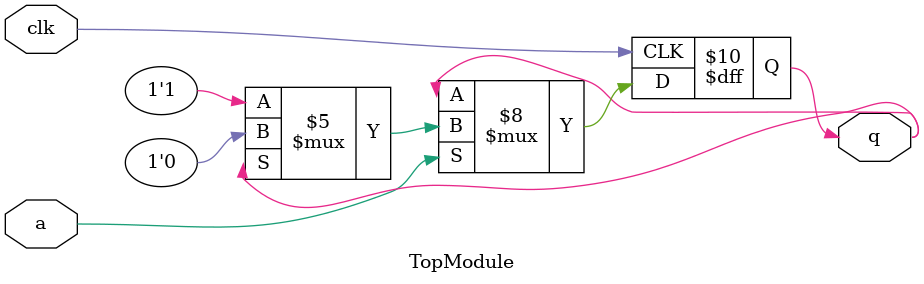
<source format=sv>
module TopModule (
    input logic clk,
    input logic a,
    output logic q
);

always @(posedge clk) begin
    if (a == 0) begin
        // Maintain current state
        q <= q;
    end else begin
        // Toggle logic based on previous state
        if (q == 0) begin
            q <= 1; // Set when q was 0
        end else begin
            q <= 0; // Reset when q was 1
        end
    end
end

endmodule
</source>
